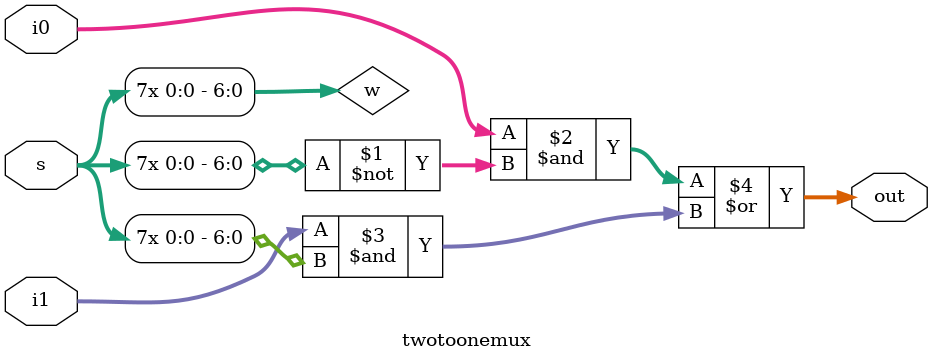
<source format=v>
`timescale 1ns / 1ps

//////////////////////////////////////////////////////////////////////////////////


module twotoonemux(
    input [6:0] i0,
    input [6:0] i1,
    input s,
    output [6:0] out
    );
    wire [6:0] w;
    assign w = {7{s}};
    assign out = (i0 & ~w) | (i1 & w);
endmodule

</source>
